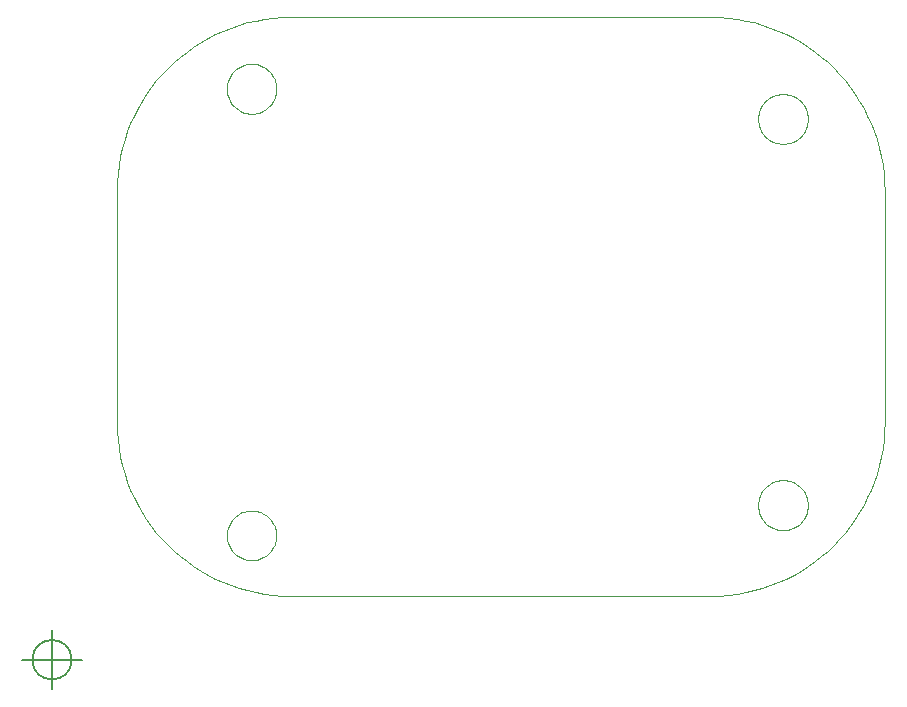
<source format=gbr>
G04 #@! TF.GenerationSoftware,KiCad,Pcbnew,5.1.10*
G04 #@! TF.CreationDate,2021-10-26T18:40:00+02:00*
G04 #@! TF.ProjectId,JeanCloud_pcb_milled,4a65616e-436c-46f7-9564-5f7063625f6d,rev?*
G04 #@! TF.SameCoordinates,PX1bc28b0PY5c63450*
G04 #@! TF.FileFunction,Profile,NP*
%FSLAX46Y46*%
G04 Gerber Fmt 4.6, Leading zero omitted, Abs format (unit mm)*
G04 Created by KiCad (PCBNEW 5.1.10) date 2021-10-26 18:40:00*
%MOMM*%
%LPD*%
G01*
G04 APERTURE LIST*
G04 #@! TA.AperFunction,Profile*
%ADD10C,0.150000*%
G04 #@! TD*
G04 #@! TA.AperFunction,Profile*
%ADD11C,0.100000*%
G04 #@! TD*
G04 APERTURE END LIST*
D10*
X3800266Y15595600D02*
G75*
G03*
X3800266Y15595600I-1666666J0D01*
G01*
X-366400Y15595600D02*
X4633600Y15595600D01*
X2133600Y18095600D02*
X2133600Y13095600D01*
X3800266Y15595600D02*
G75*
G03*
X3800266Y15595600I-1666666J0D01*
G01*
X-366400Y15595600D02*
X4633600Y15595600D01*
X2133600Y18095600D02*
X2133600Y13095600D01*
D11*
X22362500Y70013200D02*
X57880100Y70013200D01*
X57880100Y70013200D02*
X58640900Y69994100D01*
X58640900Y69994100D02*
X59391500Y69937400D01*
X59391500Y69937400D02*
X60130900Y69843900D01*
X60130900Y69843900D02*
X60858200Y69714700D01*
X60858200Y69714700D02*
X61572600Y69550700D01*
X61572600Y69550700D02*
X62273100Y69352600D01*
X62273100Y69352600D02*
X62958800Y69121500D01*
X62958800Y69121500D02*
X63628700Y68858300D01*
X63628700Y68858300D02*
X64282100Y68563900D01*
X64282100Y68563900D02*
X64917900Y68239100D01*
X64917900Y68239100D02*
X65535200Y67884900D01*
X65535200Y67884900D02*
X66133200Y67502300D01*
X66133200Y67502300D02*
X66710900Y67092100D01*
X66710900Y67092100D02*
X67267400Y66655200D01*
X67267400Y66655200D02*
X67801800Y66192500D01*
X67801800Y66192500D02*
X68313200Y65705100D01*
X68313200Y65705100D02*
X68800700Y65193700D01*
X68800700Y65193700D02*
X69263300Y64659300D01*
X69263300Y64659300D02*
X69700200Y64102700D01*
X69700200Y64102700D02*
X70110400Y63525000D01*
X70110400Y63525000D02*
X70493100Y62927100D01*
X70493100Y62927100D02*
X70847200Y62309700D01*
X70847200Y62309700D02*
X71172000Y61673900D01*
X71172000Y61673900D02*
X71466400Y61020600D01*
X71466400Y61020600D02*
X71729700Y60350600D01*
X71729700Y60350600D02*
X71960700Y59665000D01*
X71960700Y59665000D02*
X72158800Y58964500D01*
X72158800Y58964500D02*
X72322900Y58250100D01*
X72322900Y58250100D02*
X72452100Y57522800D01*
X72452100Y57522800D02*
X72545500Y56783400D01*
X72545500Y56783400D02*
X72602200Y56032800D01*
X72602200Y56032800D02*
X72621300Y55272000D01*
X72621300Y55272000D02*
X72621300Y35754400D01*
X72621300Y35754400D02*
X72602200Y34993600D01*
X72602200Y34993600D02*
X72545500Y34243000D01*
X72545500Y34243000D02*
X72452100Y33503600D01*
X72452100Y33503600D02*
X72322900Y32776300D01*
X72322900Y32776300D02*
X72158800Y32061900D01*
X72158800Y32061900D02*
X71960700Y31361400D01*
X71960700Y31361400D02*
X71729700Y30675700D01*
X71729700Y30675700D02*
X71466400Y30005800D01*
X71466400Y30005800D02*
X71172000Y29352400D01*
X71172000Y29352400D02*
X70847200Y28716600D01*
X70847200Y28716600D02*
X70493100Y28099300D01*
X70493100Y28099300D02*
X70110400Y27501300D01*
X70110400Y27501300D02*
X69700200Y26923600D01*
X69700200Y26923600D02*
X69263300Y26367100D01*
X69263300Y26367100D02*
X68800700Y25832700D01*
X68800700Y25832700D02*
X68313200Y25321300D01*
X68313200Y25321300D02*
X67801800Y24833800D01*
X67801800Y24833800D02*
X67267400Y24371200D01*
X67267400Y24371200D02*
X66710900Y23934300D01*
X66710900Y23934300D02*
X66133200Y23524100D01*
X66133200Y23524100D02*
X65535200Y23141400D01*
X65535200Y23141400D02*
X64917900Y22787300D01*
X64917900Y22787300D02*
X64282100Y22462500D01*
X64282100Y22462500D02*
X63628700Y22168100D01*
X63628700Y22168100D02*
X62958800Y21904800D01*
X62958800Y21904800D02*
X62273100Y21673800D01*
X62273100Y21673800D02*
X61572600Y21475700D01*
X61572600Y21475700D02*
X60858200Y21311600D01*
X60858200Y21311600D02*
X60130900Y21182400D01*
X60130900Y21182400D02*
X59391500Y21089000D01*
X59391500Y21089000D02*
X58640900Y21032300D01*
X58640900Y21032300D02*
X57880100Y21013200D01*
X57880100Y21013200D02*
X22362500Y21013200D01*
X22362500Y21013200D02*
X21601700Y21032300D01*
X21601700Y21032300D02*
X20851100Y21089000D01*
X20851100Y21089000D02*
X20111700Y21182400D01*
X20111700Y21182400D02*
X19384400Y21311600D01*
X19384400Y21311600D02*
X18670000Y21475700D01*
X18670000Y21475700D02*
X17969500Y21673800D01*
X17969500Y21673800D02*
X17283900Y21904800D01*
X17283900Y21904800D02*
X16613900Y22168100D01*
X16613900Y22168100D02*
X15960600Y22462500D01*
X15960600Y22462500D02*
X15324800Y22787300D01*
X15324800Y22787300D02*
X14707400Y23141400D01*
X14707400Y23141400D02*
X14109500Y23524100D01*
X14109500Y23524100D02*
X13531800Y23934300D01*
X13531800Y23934300D02*
X12975200Y24371200D01*
X12975200Y24371200D02*
X12440800Y24833800D01*
X12440800Y24833800D02*
X11929400Y25321300D01*
X11929400Y25321300D02*
X11442000Y25832700D01*
X11442000Y25832700D02*
X10979300Y26367100D01*
X10979300Y26367100D02*
X10542400Y26923600D01*
X10542400Y26923600D02*
X10132200Y27501300D01*
X10132200Y27501300D02*
X9749600Y28099300D01*
X9749600Y28099300D02*
X9395400Y28716600D01*
X9395400Y28716600D02*
X9070600Y29352400D01*
X9070600Y29352400D02*
X8776200Y30005800D01*
X8776200Y30005800D02*
X8513000Y30675700D01*
X8513000Y30675700D02*
X8281900Y31361400D01*
X8281900Y31361400D02*
X8083800Y32061900D01*
X8083800Y32061900D02*
X7919800Y32776300D01*
X7919800Y32776300D02*
X7790600Y33503600D01*
X7790600Y33503600D02*
X7697100Y34243000D01*
X7697100Y34243000D02*
X7640400Y34993600D01*
X7640400Y34993600D02*
X7621300Y35754400D01*
X7621300Y35754400D02*
X7621300Y55272000D01*
X7621300Y55272000D02*
X7640400Y56032800D01*
X7640400Y56032800D02*
X7697100Y56783400D01*
X7697100Y56783400D02*
X7790600Y57522800D01*
X7790600Y57522800D02*
X7919800Y58250100D01*
X7919800Y58250100D02*
X8083800Y58964500D01*
X8083800Y58964500D02*
X8281900Y59665000D01*
X8281900Y59665000D02*
X8513000Y60350600D01*
X8513000Y60350600D02*
X8776200Y61020600D01*
X8776200Y61020600D02*
X9070600Y61673900D01*
X9070600Y61673900D02*
X9395400Y62309700D01*
X9395400Y62309700D02*
X9749600Y62927100D01*
X9749600Y62927100D02*
X10132200Y63525000D01*
X10132200Y63525000D02*
X10542400Y64102700D01*
X10542400Y64102700D02*
X10979300Y64659300D01*
X10979300Y64659300D02*
X11442000Y65193700D01*
X11442000Y65193700D02*
X11929400Y65705100D01*
X11929400Y65705100D02*
X12440800Y66192500D01*
X12440800Y66192500D02*
X12975200Y66655200D01*
X12975200Y66655200D02*
X13531800Y67092100D01*
X13531800Y67092100D02*
X14109500Y67502300D01*
X14109500Y67502300D02*
X14707400Y67884900D01*
X14707400Y67884900D02*
X15324800Y68239100D01*
X15324800Y68239100D02*
X15960600Y68563900D01*
X15960600Y68563900D02*
X16613900Y68858300D01*
X16613900Y68858300D02*
X17283900Y69121500D01*
X17283900Y69121500D02*
X17969500Y69352600D01*
X17969500Y69352600D02*
X18670000Y69550700D01*
X18670000Y69550700D02*
X19384400Y69714700D01*
X19384400Y69714700D02*
X20111700Y69843900D01*
X20111700Y69843900D02*
X20851100Y69937400D01*
X20851100Y69937400D02*
X21601700Y69994100D01*
X21601700Y69994100D02*
X22362500Y70013200D01*
X22362500Y70013200D02*
X22362500Y70013200D01*
X22362500Y70013200D02*
X22362500Y70013200D01*
X21140400Y63940700D02*
X21129500Y63724900D01*
X21129500Y63724900D02*
X21097500Y63515400D01*
X21097500Y63515400D02*
X21045500Y63313200D01*
X21045500Y63313200D02*
X20974600Y63119300D01*
X20974600Y63119300D02*
X20885700Y62934900D01*
X20885700Y62934900D02*
X20780000Y62760900D01*
X20780000Y62760900D02*
X20658500Y62598500D01*
X20658500Y62598500D02*
X20522400Y62448600D01*
X20522400Y62448600D02*
X20372500Y62312500D01*
X20372500Y62312500D02*
X20210100Y62191000D01*
X20210100Y62191000D02*
X20036100Y62085300D01*
X20036100Y62085300D02*
X19851700Y61996400D01*
X19851700Y61996400D02*
X19657800Y61925500D01*
X19657800Y61925500D02*
X19455600Y61873500D01*
X19455600Y61873500D02*
X19246100Y61841500D01*
X19246100Y61841500D02*
X19030400Y61830600D01*
X19030400Y61830600D02*
X18814600Y61841500D01*
X18814600Y61841500D02*
X18605100Y61873500D01*
X18605100Y61873500D02*
X18402900Y61925500D01*
X18402900Y61925500D02*
X18209100Y61996400D01*
X18209100Y61996400D02*
X18024600Y62085300D01*
X18024600Y62085300D02*
X17850600Y62191000D01*
X17850600Y62191000D02*
X17688200Y62312500D01*
X17688200Y62312500D02*
X17538400Y62448600D01*
X17538400Y62448600D02*
X17402200Y62598500D01*
X17402200Y62598500D02*
X17280700Y62760900D01*
X17280700Y62760900D02*
X17175000Y62934900D01*
X17175000Y62934900D02*
X17086200Y63119300D01*
X17086200Y63119300D02*
X17015200Y63313200D01*
X17015200Y63313200D02*
X16963200Y63515400D01*
X16963200Y63515400D02*
X16931300Y63724900D01*
X16931300Y63724900D02*
X16920400Y63940700D01*
X16920400Y63940700D02*
X16930700Y64149200D01*
X16930700Y64149200D02*
X16961300Y64354200D01*
X16961300Y64354200D02*
X17011600Y64554400D01*
X17011600Y64554400D02*
X17081000Y64748200D01*
X17081000Y64748200D02*
X17168900Y64934300D01*
X17168900Y64934300D02*
X17274900Y65111300D01*
X17274900Y65111300D02*
X17398200Y65277900D01*
X17398200Y65277900D02*
X17538400Y65432700D01*
X17538400Y65432700D02*
X17693100Y65572900D01*
X17693100Y65572900D02*
X17859700Y65696200D01*
X17859700Y65696200D02*
X18036800Y65802200D01*
X18036800Y65802200D02*
X18222900Y65890100D01*
X18222900Y65890100D02*
X18416700Y65959500D01*
X18416700Y65959500D02*
X18616800Y66009800D01*
X18616800Y66009800D02*
X18821800Y66040400D01*
X18821800Y66040400D02*
X19030400Y66050700D01*
X19030400Y66050700D02*
X19246100Y66039800D01*
X19246100Y66039800D02*
X19455600Y66007900D01*
X19455600Y66007900D02*
X19657800Y65955900D01*
X19657800Y65955900D02*
X19851700Y65884900D01*
X19851700Y65884900D02*
X20036100Y65796100D01*
X20036100Y65796100D02*
X20210100Y65690400D01*
X20210100Y65690400D02*
X20372500Y65568900D01*
X20372500Y65568900D02*
X20522400Y65432700D01*
X20522400Y65432700D02*
X20658500Y65282900D01*
X20658500Y65282900D02*
X20780000Y65120400D01*
X20780000Y65120400D02*
X20885700Y64946500D01*
X20885700Y64946500D02*
X20974600Y64762000D01*
X20974600Y64762000D02*
X21045500Y64568100D01*
X21045500Y64568100D02*
X21097500Y64365900D01*
X21097500Y64365900D02*
X21129500Y64156400D01*
X21129500Y64156400D02*
X21140400Y63940700D01*
X21140400Y63940700D02*
X21140400Y63940700D01*
X21140400Y63940700D02*
X21140400Y63940700D01*
X66133900Y61385000D02*
X66123600Y61176400D01*
X66123600Y61176400D02*
X66093000Y60971400D01*
X66093000Y60971400D02*
X66042700Y60771300D01*
X66042700Y60771300D02*
X65973300Y60577500D01*
X65973300Y60577500D02*
X65885400Y60391400D01*
X65885400Y60391400D02*
X65779400Y60214300D01*
X65779400Y60214300D02*
X65656100Y60047700D01*
X65656100Y60047700D02*
X65515900Y59893000D01*
X65515900Y59893000D02*
X65361200Y59752800D01*
X65361200Y59752800D02*
X65194600Y59629500D01*
X65194600Y59629500D02*
X65017500Y59523500D01*
X65017500Y59523500D02*
X64831400Y59435600D01*
X64831400Y59435600D02*
X64637600Y59366200D01*
X64637600Y59366200D02*
X64437500Y59315900D01*
X64437500Y59315900D02*
X64232500Y59285300D01*
X64232500Y59285300D02*
X64023900Y59274900D01*
X64023900Y59274900D02*
X63815400Y59285300D01*
X63815400Y59285300D02*
X63610400Y59315900D01*
X63610400Y59315900D02*
X63410300Y59366200D01*
X63410300Y59366200D02*
X63216500Y59435600D01*
X63216500Y59435600D02*
X63030300Y59523500D01*
X63030300Y59523500D02*
X62853300Y59629500D01*
X62853300Y59629500D02*
X62686700Y59752800D01*
X62686700Y59752800D02*
X62531900Y59893000D01*
X62531900Y59893000D02*
X62391800Y60047700D01*
X62391800Y60047700D02*
X62268400Y60214300D01*
X62268400Y60214300D02*
X62162500Y60391400D01*
X62162500Y60391400D02*
X62074500Y60577500D01*
X62074500Y60577500D02*
X62005100Y60771300D01*
X62005100Y60771300D02*
X61954800Y60971400D01*
X61954800Y60971400D02*
X61924200Y61176400D01*
X61924200Y61176400D02*
X61913900Y61385000D01*
X61913900Y61385000D02*
X61924800Y61600700D01*
X61924800Y61600700D02*
X61956800Y61810200D01*
X61956800Y61810200D02*
X62008800Y62012500D01*
X62008800Y62012500D02*
X62079700Y62206300D01*
X62079700Y62206300D02*
X62168600Y62390800D01*
X62168600Y62390800D02*
X62274300Y62564800D01*
X62274300Y62564800D02*
X62395700Y62727200D01*
X62395700Y62727200D02*
X62531900Y62877000D01*
X62531900Y62877000D02*
X62681800Y63013200D01*
X62681800Y63013200D02*
X62844200Y63134700D01*
X62844200Y63134700D02*
X63018200Y63240400D01*
X63018200Y63240400D02*
X63202600Y63329200D01*
X63202600Y63329200D02*
X63396500Y63400200D01*
X63396500Y63400200D02*
X63598700Y63452200D01*
X63598700Y63452200D02*
X63808200Y63484200D01*
X63808200Y63484200D02*
X64023900Y63495100D01*
X64023900Y63495100D02*
X64239700Y63484200D01*
X64239700Y63484200D02*
X64449200Y63452200D01*
X64449200Y63452200D02*
X64651400Y63400200D01*
X64651400Y63400200D02*
X64845200Y63329200D01*
X64845200Y63329200D02*
X65029700Y63240400D01*
X65029700Y63240400D02*
X65203600Y63134700D01*
X65203600Y63134700D02*
X65366100Y63013200D01*
X65366100Y63013200D02*
X65515900Y62877000D01*
X65515900Y62877000D02*
X65652100Y62727200D01*
X65652100Y62727200D02*
X65773600Y62564800D01*
X65773600Y62564800D02*
X65879300Y62390800D01*
X65879300Y62390800D02*
X65968100Y62206300D01*
X65968100Y62206300D02*
X66039100Y62012500D01*
X66039100Y62012500D02*
X66091100Y61810200D01*
X66091100Y61810200D02*
X66123000Y61600700D01*
X66123000Y61600700D02*
X66133900Y61385000D01*
X66133900Y61385000D02*
X66133900Y61385000D01*
X66133900Y61385000D02*
X66133900Y61385000D01*
X21140400Y26118000D02*
X21129500Y26333700D01*
X21129500Y26333700D02*
X21097500Y26543300D01*
X21097500Y26543300D02*
X21045500Y26745500D01*
X21045500Y26745500D02*
X20974600Y26939300D01*
X20974600Y26939300D02*
X20885700Y27123800D01*
X20885700Y27123800D02*
X20780000Y27297800D01*
X20780000Y27297800D02*
X20658500Y27460200D01*
X20658500Y27460200D02*
X20522400Y27610000D01*
X20522400Y27610000D02*
X20372500Y27746200D01*
X20372500Y27746200D02*
X20210100Y27867700D01*
X20210100Y27867700D02*
X20036100Y27973400D01*
X20036100Y27973400D02*
X19851700Y28062200D01*
X19851700Y28062200D02*
X19657800Y28133200D01*
X19657800Y28133200D02*
X19455600Y28185200D01*
X19455600Y28185200D02*
X19246100Y28217200D01*
X19246100Y28217200D02*
X19030400Y28228100D01*
X19030400Y28228100D02*
X18821800Y28217700D01*
X18821800Y28217700D02*
X18616800Y28187100D01*
X18616800Y28187100D02*
X18416700Y28136900D01*
X18416700Y28136900D02*
X18222900Y28067400D01*
X18222900Y28067400D02*
X18036800Y27979500D01*
X18036800Y27979500D02*
X17859700Y27873500D01*
X17859700Y27873500D02*
X17693100Y27750200D01*
X17693100Y27750200D02*
X17538400Y27610000D01*
X17538400Y27610000D02*
X17398200Y27455300D01*
X17398200Y27455300D02*
X17274900Y27288700D01*
X17274900Y27288700D02*
X17168900Y27111600D01*
X17168900Y27111600D02*
X17081000Y26925500D01*
X17081000Y26925500D02*
X17011600Y26731700D01*
X17011600Y26731700D02*
X16961300Y26531600D01*
X16961300Y26531600D02*
X16930700Y26326600D01*
X16930700Y26326600D02*
X16920400Y26118000D01*
X16920400Y26118000D02*
X16931300Y25902300D01*
X16931300Y25902300D02*
X16963200Y25692800D01*
X16963200Y25692800D02*
X17015200Y25490500D01*
X17015200Y25490500D02*
X17086200Y25296700D01*
X17086200Y25296700D02*
X17175000Y25112200D01*
X17175000Y25112200D02*
X17280700Y24938300D01*
X17280700Y24938300D02*
X17402200Y24775800D01*
X17402200Y24775800D02*
X17538400Y24626000D01*
X17538400Y24626000D02*
X17688200Y24489800D01*
X17688200Y24489800D02*
X17850600Y24368300D01*
X17850600Y24368300D02*
X18024600Y24262600D01*
X18024600Y24262600D02*
X18209100Y24173800D01*
X18209100Y24173800D02*
X18402900Y24102800D01*
X18402900Y24102800D02*
X18605100Y24050800D01*
X18605100Y24050800D02*
X18814600Y24018800D01*
X18814600Y24018800D02*
X19030400Y24007900D01*
X19030400Y24007900D02*
X19246100Y24018800D01*
X19246100Y24018800D02*
X19455600Y24050800D01*
X19455600Y24050800D02*
X19657800Y24102800D01*
X19657800Y24102800D02*
X19851700Y24173800D01*
X19851700Y24173800D02*
X20036100Y24262600D01*
X20036100Y24262600D02*
X20210100Y24368300D01*
X20210100Y24368300D02*
X20372500Y24489800D01*
X20372500Y24489800D02*
X20522400Y24626000D01*
X20522400Y24626000D02*
X20658500Y24775800D01*
X20658500Y24775800D02*
X20780000Y24938300D01*
X20780000Y24938300D02*
X20885700Y25112200D01*
X20885700Y25112200D02*
X20974600Y25296700D01*
X20974600Y25296700D02*
X21045500Y25490500D01*
X21045500Y25490500D02*
X21097500Y25692800D01*
X21097500Y25692800D02*
X21129500Y25902300D01*
X21129500Y25902300D02*
X21140400Y26118000D01*
X21140400Y26118000D02*
X21140400Y26118000D01*
X21140400Y26118000D02*
X21140400Y26118000D01*
X66133900Y28673700D02*
X66123000Y28889400D01*
X66123000Y28889400D02*
X66091100Y29098900D01*
X66091100Y29098900D02*
X66039100Y29301100D01*
X66039100Y29301100D02*
X65968100Y29495000D01*
X65968100Y29495000D02*
X65879300Y29679500D01*
X65879300Y29679500D02*
X65773600Y29853400D01*
X65773600Y29853400D02*
X65652100Y30015900D01*
X65652100Y30015900D02*
X65515900Y30165700D01*
X65515900Y30165700D02*
X65366100Y30301900D01*
X65366100Y30301900D02*
X65203600Y30423400D01*
X65203600Y30423400D02*
X65029700Y30529100D01*
X65029700Y30529100D02*
X64845200Y30617900D01*
X64845200Y30617900D02*
X64651400Y30688900D01*
X64651400Y30688900D02*
X64449200Y30740900D01*
X64449200Y30740900D02*
X64239700Y30772800D01*
X64239700Y30772800D02*
X64023900Y30783700D01*
X64023900Y30783700D02*
X63808200Y30772800D01*
X63808200Y30772800D02*
X63598700Y30740900D01*
X63598700Y30740900D02*
X63396500Y30688900D01*
X63396500Y30688900D02*
X63202600Y30617900D01*
X63202600Y30617900D02*
X63018200Y30529100D01*
X63018200Y30529100D02*
X62844200Y30423400D01*
X62844200Y30423400D02*
X62681800Y30301900D01*
X62681800Y30301900D02*
X62531900Y30165700D01*
X62531900Y30165700D02*
X62395700Y30015900D01*
X62395700Y30015900D02*
X62274300Y29853400D01*
X62274300Y29853400D02*
X62168600Y29679500D01*
X62168600Y29679500D02*
X62079700Y29495000D01*
X62079700Y29495000D02*
X62008800Y29301100D01*
X62008800Y29301100D02*
X61956800Y29098900D01*
X61956800Y29098900D02*
X61924800Y28889400D01*
X61924800Y28889400D02*
X61913900Y28673700D01*
X61913900Y28673700D02*
X61924200Y28465100D01*
X61924200Y28465100D02*
X61954800Y28260100D01*
X61954800Y28260100D02*
X62005100Y28060000D01*
X62005100Y28060000D02*
X62074500Y27866200D01*
X62074500Y27866200D02*
X62162500Y27680100D01*
X62162500Y27680100D02*
X62268400Y27503000D01*
X62268400Y27503000D02*
X62391800Y27336400D01*
X62391800Y27336400D02*
X62531900Y27181600D01*
X62531900Y27181600D02*
X62686700Y27041500D01*
X62686700Y27041500D02*
X62853300Y26918100D01*
X62853300Y26918100D02*
X63030300Y26812200D01*
X63030300Y26812200D02*
X63216500Y26724200D01*
X63216500Y26724200D02*
X63410300Y26654800D01*
X63410300Y26654800D02*
X63610400Y26604500D01*
X63610400Y26604500D02*
X63815400Y26573900D01*
X63815400Y26573900D02*
X64023900Y26563600D01*
X64023900Y26563600D02*
X64232500Y26573900D01*
X64232500Y26573900D02*
X64437500Y26604500D01*
X64437500Y26604500D02*
X64637600Y26654800D01*
X64637600Y26654800D02*
X64831400Y26724200D01*
X64831400Y26724200D02*
X65017500Y26812200D01*
X65017500Y26812200D02*
X65194600Y26918100D01*
X65194600Y26918100D02*
X65361200Y27041500D01*
X65361200Y27041500D02*
X65515900Y27181600D01*
X65515900Y27181600D02*
X65656100Y27336400D01*
X65656100Y27336400D02*
X65779400Y27503000D01*
X65779400Y27503000D02*
X65885400Y27680100D01*
X65885400Y27680100D02*
X65973300Y27866200D01*
X65973300Y27866200D02*
X66042700Y28060000D01*
X66042700Y28060000D02*
X66093000Y28260100D01*
X66093000Y28260100D02*
X66123600Y28465100D01*
X66123600Y28465100D02*
X66133900Y28673700D01*
X66133900Y28673700D02*
X66133900Y28673700D01*
X66133900Y28673700D02*
X66133900Y28673700D01*
M02*

</source>
